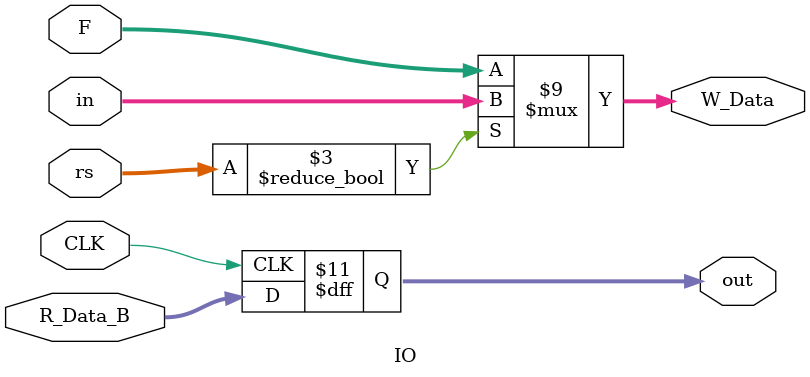
<source format=v>
`timescale 1ns / 1ps

module IO(CLK,in,out,W_Data,R_Data_B,rs,F);

input CLK;
input [31:0]in;
input [1:0]rs;
input [31:0]R_Data_B;
input [31:0]F;
output [31:0]W_Data;
output [31:0]out;

wire [1:0]rs;
wire [31:0]in;
wire [31:0]R_Data_B;
reg [31:0]out;
reg [31:0]W_Data;

integer i;

always @ (*)
begin
	if(rs)
	begin
		for(i=0;i<4;i=i+1)
		begin
		W_Data<=in;
		end
	end
	else W_Data<=F;
end

always @ (negedge CLK)
begin
	out<=R_Data_B;
end
endmodule

</source>
